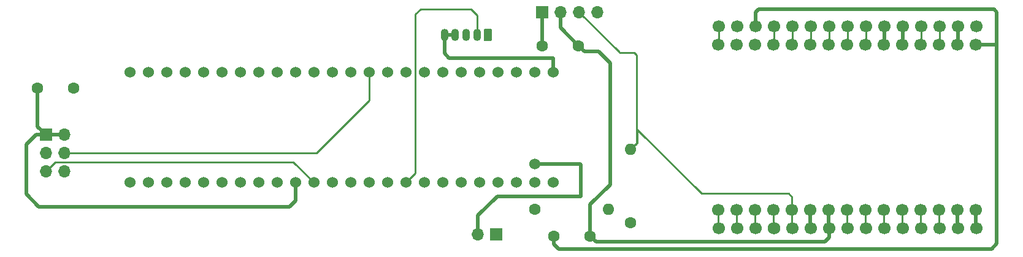
<source format=gbr>
G04 #@! TF.GenerationSoftware,KiCad,Pcbnew,(5.1.4)-1*
G04 #@! TF.CreationDate,2019-11-19T17:41:37+01:00*
G04 #@! TF.ProjectId,DNMS,444e4d53-2e6b-4696-9361-645f70636258,0.9.0*
G04 #@! TF.SameCoordinates,Original*
G04 #@! TF.FileFunction,Copper,L2,Bot*
G04 #@! TF.FilePolarity,Positive*
%FSLAX46Y46*%
G04 Gerber Fmt 4.6, Leading zero omitted, Abs format (unit mm)*
G04 Created by KiCad (PCBNEW (5.1.4)-1) date 2019-11-19 17:41:37*
%MOMM*%
%LPD*%
G04 APERTURE LIST*
%ADD10O,1.700000X1.700000*%
%ADD11R,1.700000X1.700000*%
%ADD12C,1.530000*%
%ADD13C,1.524000*%
%ADD14O,1.100000X1.700000*%
%ADD15C,0.100000*%
%ADD16C,1.100000*%
%ADD17C,1.600000*%
%ADD18C,1.700000*%
%ADD19C,1.740000*%
%ADD20O,1.600000X1.600000*%
%ADD21C,0.500000*%
%ADD22C,0.250000*%
G04 APERTURE END LIST*
D10*
X58805600Y-79870300D03*
X56265600Y-79870300D03*
X58805600Y-77330300D03*
X56265600Y-77330300D03*
X58805600Y-74790300D03*
D11*
X56265600Y-74790300D03*
D12*
X126302800Y-66192400D03*
X123762800Y-66192400D03*
X121222800Y-66192400D03*
X118682800Y-66192400D03*
X116142800Y-66192400D03*
X113602800Y-66192400D03*
X111062800Y-66192400D03*
X108522800Y-66192400D03*
X105982800Y-66192400D03*
X103442800Y-66192400D03*
X100902800Y-66192400D03*
X98362800Y-66192400D03*
X95822800Y-66192400D03*
X93282800Y-66192400D03*
X90742800Y-66192400D03*
X88202800Y-66192400D03*
X93282800Y-81432400D03*
X95822800Y-81432400D03*
X98362800Y-81432400D03*
X100902800Y-81432400D03*
X103442800Y-81432400D03*
X105982800Y-81432400D03*
X108522800Y-81432400D03*
X111062800Y-81432400D03*
X113602800Y-81432400D03*
X116142800Y-81432400D03*
X118682800Y-81432400D03*
X121222800Y-81432400D03*
X123762800Y-81432400D03*
X126302800Y-81432400D03*
X85662800Y-66192400D03*
X83122800Y-66192400D03*
X80582800Y-66192400D03*
X78042800Y-66192400D03*
X75502800Y-66192400D03*
X72962800Y-66192400D03*
X70422800Y-66192400D03*
X67882800Y-66192400D03*
X90742800Y-81432400D03*
X88202800Y-81432400D03*
X85662800Y-81432400D03*
X67882800Y-81432400D03*
X70422800Y-81432400D03*
X72962800Y-81432400D03*
X75502800Y-81432400D03*
X78042800Y-81432400D03*
X80582800Y-81432400D03*
X83122800Y-81432400D03*
D13*
X123762800Y-78892400D03*
D14*
X111276880Y-60990480D03*
X112776880Y-60990480D03*
X114276880Y-60990480D03*
X115776880Y-60990480D03*
D15*
G36*
X117681029Y-60141259D02*
G01*
X117696726Y-60143587D01*
X117712119Y-60147443D01*
X117727060Y-60152789D01*
X117741405Y-60159573D01*
X117755016Y-60167731D01*
X117767761Y-60177184D01*
X117779519Y-60187841D01*
X117790176Y-60199599D01*
X117799629Y-60212344D01*
X117807787Y-60225955D01*
X117814571Y-60240300D01*
X117819917Y-60255241D01*
X117823773Y-60270634D01*
X117826101Y-60286331D01*
X117826880Y-60302180D01*
X117826880Y-61678780D01*
X117826101Y-61694629D01*
X117823773Y-61710326D01*
X117819917Y-61725719D01*
X117814571Y-61740660D01*
X117807787Y-61755005D01*
X117799629Y-61768616D01*
X117790176Y-61781361D01*
X117779519Y-61793119D01*
X117767761Y-61803776D01*
X117755016Y-61813229D01*
X117741405Y-61821387D01*
X117727060Y-61828171D01*
X117712119Y-61833517D01*
X117696726Y-61837373D01*
X117681029Y-61839701D01*
X117665180Y-61840480D01*
X116888580Y-61840480D01*
X116872731Y-61839701D01*
X116857034Y-61837373D01*
X116841641Y-61833517D01*
X116826700Y-61828171D01*
X116812355Y-61821387D01*
X116798744Y-61813229D01*
X116785999Y-61803776D01*
X116774241Y-61793119D01*
X116763584Y-61781361D01*
X116754131Y-61768616D01*
X116745973Y-61755005D01*
X116739189Y-61740660D01*
X116733843Y-61725719D01*
X116729987Y-61710326D01*
X116727659Y-61694629D01*
X116726880Y-61678780D01*
X116726880Y-60302180D01*
X116727659Y-60286331D01*
X116729987Y-60270634D01*
X116733843Y-60255241D01*
X116739189Y-60240300D01*
X116745973Y-60225955D01*
X116754131Y-60212344D01*
X116763584Y-60199599D01*
X116774241Y-60187841D01*
X116785999Y-60177184D01*
X116798744Y-60167731D01*
X116812355Y-60159573D01*
X116826700Y-60152789D01*
X116841641Y-60147443D01*
X116857034Y-60143587D01*
X116872731Y-60141259D01*
X116888580Y-60140480D01*
X117665180Y-60140480D01*
X117681029Y-60141259D01*
X117681029Y-60141259D01*
G37*
D16*
X117276880Y-60990480D03*
D17*
X131398020Y-88823800D03*
X126398020Y-88823800D03*
X129805440Y-62476380D03*
X124805440Y-62476380D03*
X55131480Y-68351400D03*
X60131480Y-68351400D03*
D18*
X149143720Y-87723980D03*
X151683720Y-87723980D03*
X154223720Y-87723980D03*
D19*
X156763720Y-87723980D03*
D18*
X159303720Y-87723980D03*
X161843720Y-87723980D03*
X164383720Y-87723980D03*
X166923720Y-87723980D03*
X169463720Y-87723980D03*
X172003720Y-87723980D03*
X174543720Y-87723980D03*
X177083720Y-87723980D03*
X179623720Y-87723980D03*
X182163720Y-87723980D03*
X184703720Y-87723980D03*
X184703720Y-59783980D03*
X182163720Y-59783980D03*
X179623720Y-59783980D03*
X177083720Y-59783980D03*
X174543720Y-59783980D03*
X172003720Y-59783980D03*
X169463720Y-59783980D03*
X166923720Y-59783980D03*
X164383720Y-59783980D03*
X161843720Y-59783980D03*
X159303720Y-59783980D03*
X156763720Y-59783980D03*
X154223720Y-59783980D03*
X151683720Y-59783980D03*
X149143720Y-59783980D03*
X151648160Y-85163660D03*
X156728160Y-85163660D03*
X154188160Y-85163660D03*
X174508160Y-85163660D03*
X171968160Y-85163660D03*
X166888160Y-85163660D03*
X169428160Y-85163660D03*
X184668160Y-85163660D03*
X164348160Y-85163660D03*
X159268160Y-85163660D03*
X161808160Y-85163660D03*
X177048160Y-85163660D03*
X182128160Y-85163660D03*
X179588160Y-85163660D03*
X149108160Y-85163660D03*
X184668160Y-62303660D03*
X182128160Y-62303660D03*
X179588160Y-62303660D03*
X177048160Y-62303660D03*
X174508160Y-62303660D03*
X171968160Y-62303660D03*
X169428160Y-62303660D03*
X166888160Y-62303660D03*
X164348160Y-62303660D03*
X161808160Y-62303660D03*
X159268160Y-62303660D03*
X156728160Y-62303660D03*
X154188160Y-62303660D03*
X151648160Y-62303660D03*
X149108160Y-62303660D03*
D20*
X133918960Y-85107780D03*
D17*
X123758960Y-85107780D03*
D20*
X136982200Y-76835000D03*
D17*
X136982200Y-86995000D03*
D10*
X132410200Y-57820560D03*
X129870200Y-57820560D03*
X127330200Y-57820560D03*
D11*
X124790200Y-57820560D03*
D10*
X115900200Y-88620600D03*
D11*
X118440200Y-88620600D03*
D21*
X172003720Y-62268100D02*
X171968160Y-62303660D01*
X172003720Y-59783980D02*
X172003720Y-62268100D01*
X182163720Y-62268100D02*
X182128160Y-62303660D01*
X182163720Y-59783980D02*
X182163720Y-62268100D01*
X182128160Y-87688420D02*
X182163720Y-87723980D01*
X182128160Y-85163660D02*
X182128160Y-87688420D01*
X164348160Y-87688420D02*
X164383720Y-87723980D01*
X164348160Y-85163660D02*
X164348160Y-87688420D01*
X55131480Y-73656180D02*
X56265600Y-74790300D01*
X55131480Y-68351400D02*
X55131480Y-73656180D01*
X56265600Y-74790300D02*
X58805600Y-74790300D01*
X111276880Y-66161860D02*
X111267240Y-66171500D01*
X111276880Y-60990480D02*
X112776880Y-60990480D01*
X127330200Y-60001140D02*
X127330200Y-57820560D01*
X129805440Y-62476380D02*
X127330200Y-60001140D01*
X132198019Y-89623799D02*
X163794541Y-89623799D01*
X131398020Y-88823800D02*
X132198019Y-89623799D01*
X164383720Y-89034620D02*
X164383720Y-87723980D01*
X163794541Y-89623799D02*
X164383720Y-89034620D01*
X130605439Y-63276379D02*
X129805440Y-62476380D01*
X132542179Y-63276379D02*
X130605439Y-63276379D01*
X134137400Y-64871600D02*
X132542179Y-63276379D01*
X134137400Y-81737200D02*
X134137400Y-64871600D01*
X131398020Y-88823800D02*
X131398020Y-84476580D01*
X131398020Y-84476580D02*
X134137400Y-81737200D01*
X126302800Y-65979020D02*
X126302800Y-66192400D01*
X126302800Y-64248000D02*
X126302800Y-66192400D01*
X126314200Y-64236600D02*
X126302800Y-64248000D01*
X126266000Y-64211200D02*
X126302800Y-64248000D01*
X111937800Y-64211200D02*
X126266000Y-64211200D01*
X111277400Y-63550800D02*
X111937800Y-64211200D01*
X111277400Y-62341000D02*
X111277400Y-63550800D01*
X111276880Y-60990480D02*
X111276880Y-62340480D01*
X111276880Y-62340480D02*
X111277400Y-62341000D01*
X54915600Y-74790300D02*
X56265600Y-74790300D01*
X90742800Y-83933000D02*
X89916000Y-84759800D01*
X89916000Y-84759800D02*
X55295800Y-84759800D01*
X55295800Y-84759800D02*
X53543200Y-83007200D01*
X53543200Y-83007200D02*
X53543200Y-76162700D01*
X90742800Y-81432400D02*
X90742800Y-83933000D01*
X53543200Y-76162700D02*
X54915600Y-74790300D01*
X174543720Y-62268100D02*
X174508160Y-62303660D01*
X174543720Y-59783980D02*
X174543720Y-62268100D01*
X184668160Y-87688420D02*
X184703720Y-87723980D01*
X184668160Y-85163660D02*
X184668160Y-87688420D01*
X161808160Y-87688420D02*
X161843720Y-87723980D01*
X161808160Y-85163660D02*
X161808160Y-87688420D01*
X124790200Y-62491620D02*
X124805440Y-62476380D01*
X124805440Y-57835800D02*
X124790200Y-57820560D01*
X124805440Y-62476380D02*
X124805440Y-57835800D01*
X187459620Y-62303660D02*
X184668160Y-62303660D01*
X154223720Y-57868820D02*
X154630120Y-57462420D01*
X154223720Y-59783980D02*
X154223720Y-57868820D01*
X154630120Y-57462420D02*
X187154820Y-57462420D01*
X187154820Y-57462420D02*
X187551060Y-57858660D01*
X187551060Y-57858660D02*
X187551060Y-62212220D01*
X187551060Y-62212220D02*
X187459620Y-62303660D01*
X187551060Y-89885520D02*
X187551060Y-62212220D01*
X186814460Y-90622120D02*
X187551060Y-89885520D01*
X127064970Y-90622120D02*
X186814460Y-90622120D01*
X126398020Y-88823800D02*
X126398020Y-89955170D01*
X126398020Y-89955170D02*
X127064970Y-90622120D01*
D22*
X156728160Y-87688420D02*
X156763720Y-87723980D01*
X156728160Y-85163660D02*
X156728160Y-87688420D01*
X159268160Y-87688420D02*
X159303720Y-87723980D01*
X159268160Y-85163660D02*
X159268160Y-87688420D01*
X146756120Y-82948780D02*
X158783020Y-82948780D01*
X159268160Y-83433920D02*
X159268160Y-85163660D01*
X158783020Y-82948780D02*
X159268160Y-83433920D01*
X159303720Y-62318900D02*
X159301180Y-62321440D01*
X159303720Y-59783980D02*
X159303720Y-62318900D01*
X149143720Y-62318900D02*
X149141180Y-62321440D01*
X149143720Y-59783980D02*
X149143720Y-62318900D01*
D21*
X126398020Y-81527620D02*
X126302800Y-81432400D01*
D22*
X115776880Y-58238520D02*
X115776880Y-60990480D01*
X114942360Y-57404000D02*
X115776880Y-58238520D01*
X108000800Y-57404000D02*
X114942360Y-57404000D01*
X107264200Y-58140600D02*
X108000800Y-57404000D01*
X115776880Y-60990480D02*
X115776880Y-60690480D01*
X107264200Y-80151000D02*
X105982800Y-81432400D01*
X107264200Y-58140600D02*
X107264200Y-80151000D01*
X136982200Y-76835000D02*
X137782199Y-76035001D01*
X137497820Y-63431420D02*
X137845800Y-63779400D01*
X137910570Y-74103230D02*
X146756120Y-82948780D01*
X137910570Y-75906630D02*
X137782199Y-76035001D01*
X137910570Y-74103230D02*
X137910570Y-75906630D01*
X137845800Y-75971400D02*
X136982200Y-76835000D01*
X137845800Y-63779400D02*
X137845800Y-75971400D01*
X135440420Y-63431420D02*
X137497820Y-63431420D01*
X135440420Y-63390780D02*
X129870200Y-57820560D01*
X135440420Y-63431420D02*
X135440420Y-63390780D01*
X90438000Y-78587600D02*
X93282800Y-81432400D01*
X56265600Y-79870300D02*
X57548300Y-78587600D01*
X57548300Y-78587600D02*
X90438000Y-78587600D01*
X93586300Y-77330300D02*
X58805600Y-77330300D01*
X100902800Y-66192400D02*
X100902800Y-70013800D01*
X100902800Y-70013800D02*
X93586300Y-77330300D01*
X151648160Y-87688420D02*
X151683720Y-87723980D01*
X151648160Y-85163660D02*
X151648160Y-87688420D01*
X154188160Y-87688420D02*
X154223720Y-87723980D01*
X154188160Y-85163660D02*
X154188160Y-87688420D01*
X174508160Y-87688420D02*
X174543720Y-87723980D01*
X174508160Y-85163660D02*
X174508160Y-87688420D01*
X171968160Y-87688420D02*
X172003720Y-87723980D01*
X171968160Y-85163660D02*
X171968160Y-87688420D01*
X166888160Y-87688420D02*
X166923720Y-87723980D01*
X166888160Y-85163660D02*
X166888160Y-87688420D01*
X169428160Y-87688420D02*
X169463720Y-87723980D01*
X169428160Y-85163660D02*
X169428160Y-87688420D01*
X177048160Y-87688420D02*
X177083720Y-87723980D01*
X177048160Y-85163660D02*
X177048160Y-87688420D01*
X179588160Y-87688420D02*
X179623720Y-87723980D01*
X179588160Y-85163660D02*
X179588160Y-87688420D01*
X149108160Y-87688420D02*
X149143720Y-87723980D01*
X149108160Y-85163660D02*
X149108160Y-87688420D01*
X179623720Y-62268100D02*
X179588160Y-62303660D01*
X179623720Y-59783980D02*
X179623720Y-62268100D01*
X177083720Y-62268100D02*
X177048160Y-62303660D01*
X177083720Y-59783980D02*
X177083720Y-62268100D01*
X169463720Y-62318900D02*
X169461180Y-62321440D01*
X169463720Y-59783980D02*
X169463720Y-62318900D01*
X166923720Y-62318900D02*
X166921180Y-62321440D01*
X166923720Y-59783980D02*
X166923720Y-62318900D01*
X164383720Y-62318900D02*
X164381180Y-62321440D01*
X164383720Y-59783980D02*
X164383720Y-62318900D01*
X161843720Y-62318900D02*
X161841180Y-62321440D01*
X161843720Y-59783980D02*
X161843720Y-62318900D01*
X156763720Y-62318900D02*
X156761180Y-62321440D01*
X156763720Y-59783980D02*
X156763720Y-62318900D01*
D21*
X129692400Y-78892400D02*
X123762800Y-78892400D01*
X115900200Y-86004400D02*
X115900200Y-88620600D01*
X130073400Y-83312000D02*
X118592600Y-83312000D01*
X118592600Y-83312000D02*
X115900200Y-86004400D01*
X130073400Y-83312000D02*
X130073400Y-78968600D01*
X129997200Y-78892400D02*
X129692400Y-78892400D01*
X130073400Y-78968600D02*
X129997200Y-78892400D01*
M02*

</source>
